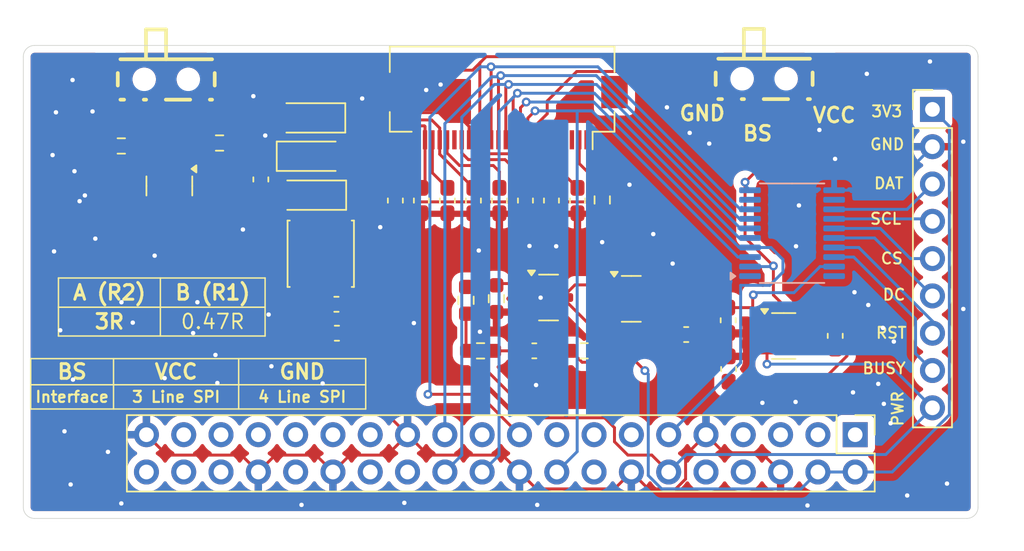
<source format=kicad_pcb>
(kicad_pcb (version 20241229) (generator "pcbnew") (generator_version "9.0")
  (layers (0 "F.Cu" signal) (2 "B.Cu" signal) (13 "F.Paste" user) (15 "B.Paste" user) (5 "F.SilkS" user "F.Silkscreen") (7 "B.SilkS" user "B.Silkscreen") (1 "F.Mask" user) (3 "B.Mask" user) (25 "Edge.Cuts" user))
  (net 0 "")
  (net 1 "GND")
  (net 2 "/RPI 5V")
  (net 3 "Net-(J3-Pin_5)")
  (net 4 "Net-(D4-A)")
  (net 5 "Net-(D1-A)")
  (net 6 "VCC")
  (net 7 "/EPD 3.3V")
  (net 8 "Net-(J3-Pin_18)")
  (net 9 "Net-(J3-Pin_20)")
  (net 10 "/PREVGH")
  (net 11 "Net-(J3-Pin_22)")
  (net 12 "/PREVGL")
  (net 13 "Net-(J3-Pin_24)")
  (net 14 "Net-(U3-BP)")
  (net 15 "/DIN'")
  (net 16 "/RST'")
  (net 17 "/CS'")
  (net 18 "/EPD PWR")
  (net 19 "/SCK'")
  (net 20 "/BUSY'")
  (net 21 "/DC'")
  (net 29 "/BUSY")
  (net 30 "/DIN")
  (net 38 "/CS")
  (net 42 "/DC")
  (net 43 "/SCK")
  (net 45 "/RST")
  (net 52 "/GDR")
  (net 56 "/RESE")
  (net 57 "/BS")
  (net 59 "/RESE'")
  (net 60 "Net-(Q2-G)")
  (net 61 "Net-(Q3-B)")
  (net 62 "Net-(SW1-A)")
  (net 63 "Net-(SW1-C)")
  (footprint "Capacitor_SMD:C_0603_1608Metric" (layer "F.Cu") (at 178.32 87.26)
    (property "Reference" "C1" (hide yes))
    (property "Value" "104")
  )
  (footprint "Capacitor_SMD:C_0603_1608Metric_Pad1.08x0.95mm_HandSolder" (layer "F.Cu") (at 198.81 86.24 -90)
    (property "Reference" "C21" (hide yes))
    (property "Value" "22nF")
  )
  (footprint "Diode_SMD:D_SOD-123" (layer "F.Cu") (at 163.1425 74.01)
    (property "Reference" "D2" (hide yes))
    (property "Value" "MBR0530")
  )
  (footprint "Package_TO_SOT_SMD:SOT-23" (layer "F.Cu") (at 153.47 76.0325 -90)
    (property "Reference" "Q1" (hide yes))
    (property "Value" "BSS138LT1G")
  )
  (footprint "Resistor_SMD:R_0603_1608Metric_Pad0.98x0.95mm_HandSolder" (layer "F.Cu") (at 150.2 73.31 180)
    (property "Reference" "R2" (hide yes))
    (property "Value" "3R")
  )
  (footprint "Capacitor_SMD:C_0603_1608Metric_Pad1.08x0.95mm_HandSolder" (layer "F.Cu") (at 164.88 86.06 180)
    (property "Reference" "C8" (hide yes))
    (property "Value" "1UF")
  )
  (footprint "Capacitor_SMD:C_0603_1608Metric_Pad1.08x0.95mm_HandSolder" (layer "F.Cu") (at 177.717143 77.0275 90)
    (property "Reference" "C7" (hide yes))
    (property "Value" "1UF")
  )
  (footprint "Resistor_SMD:R_0603_1608Metric_Pad0.98x0.95mm_HandSolder" (layer "F.Cu") (at 182.945714 76.9875 -90)
    (property "Reference" "R9" (hide yes))
    (property "Value" "10K")
  )
  (footprint "Capacitor_SMD:C_0603_1608Metric_Pad1.08x0.95mm_HandSolder" (layer "F.Cu") (at 164.8475 84.09)
    (property "Reference" "C6" (hide yes))
    (property "Value" "4.7uF")
  )
  (footprint "Capacitor_SMD:C_0603_1608Metric_Pad1.08x0.95mm_HandSolder" (layer "F.Cu") (at 174.174286 77.0275 90)
    (property "Reference" "C10" (hide yes))
    (property "Value" "1UF")
  )
  (footprint "Resistor_SMD:R_0603_1608Metric_Pad0.98x0.95mm_HandSolder" (layer "F.Cu") (at 174.66 87.26 180)
    (property "Reference" "R3" (hide yes))
    (property "Value" "NC/47K")
  )
  (footprint "Button_Switch_THT:SW-SMD_SK-3296S-01-L2" (layer "F.Cu") (at 193.97 69.22 180)
    (property "Reference" "BS")
    (property "Value" "SW_SPDT")
  )
  (footprint "Connector_FFC-FPC:Hirose_FH12-24S-0.5SH_1x24-1MP_P0.50mm_Horizontal" (layer "F.Cu") (at 176.13 71.04 180)
    (property "Reference" "J3" (hide yes))
    (property "Value" "Conn_01x24")
  )
  (footprint "Capacitor_SMD:C_0603_1608Metric_Pad1.08x0.95mm_HandSolder" (layer "F.Cu") (at 188.6625 86.15)
    (property "Reference" "C4" (hide yes))
    (property "Value" "1UF")
  )
  (footprint "Resistor_SMD:R_0603_1608Metric_Pad0.98x0.95mm_HandSolder" (layer "F.Cu") (at 181.71 87.26)
    (property "Reference" "R6" (hide yes))
    (property "Value" "47k")
  )
  (footprint "Package_TO_SOT_SMD:SOT-23" (layer "F.Cu") (at 184.9225 83.72)
    (property "Reference" "Q2" (hide yes))
    (property "Value" "AO3401A")
  )
  (footprint "Diode_SMD:D_SOD-123" (layer "F.Cu") (at 163.15 76.66 180)
    (property "Reference" "D4" (hide yes))
    (property "Value" "MBR0530")
  )
  (footprint "Diode_SMD:D_SOD-123" (layer "F.Cu") (at 163.09 71.4 180)
    (property "Reference" "D1" (hide yes))
    (property "Value" "MBR0530")
  )
  (footprint "Button_Switch_THT:SW-SMD_SK-3296S-01-L2" (layer "F.Cu") (at 153.26 69.2572 180)
    (property "Reference" "SW1" (hide yes))
    (property "Value" "SW_SPDT")
  )
  (footprint "Capacitor_SMD:C_0603_1608Metric_Pad1.08x0.95mm_HandSolder" (layer "F.Cu") (at 179.488571 77.0275 90)
    (property "Reference" "C5" (hide yes))
    (property "Value" "1UF")
  )
  (footprint "Package_TO_SOT_SMD:SOT-23" (layer "F.Cu") (at 179.29 83.63)
    (property "Reference" "Q3" (hide yes))
    (property "Value" "SS8050")
  )
  (footprint "Resistor_SMD:R_0603_1608Metric_Pad0.98x0.95mm_HandSolder" (layer "F.Cu") (at 156.89 73.11 180)
    (property "Reference" "R1" (hide yes))
    (property "Value" "0.47R")
  )
  (footprint "Resistor_SMD:R_0603_1608Metric_Pad0.98x0.95mm_HandSolder" (layer "F.Cu") (at 175.74 83.71 -90)
    (property "Reference" "R4" (hide yes))
    (property "Value" "100k")
  )
  (footprint "Connector_PinHeader_2.54mm:PinHeader_2x20_P2.54mm_Vertical" (layer "F.Cu") (at 200.17 92.97 -90)
    (property "Reference" "J2" (hide yes))
    (property "Value" "Raspberry_Pi_2_3")
  )
  (footprint "Capacitor_SMD:C_0603_1608Metric_Pad1.08x0.95mm_HandSolder" (layer "F.Cu") (at 170.631429 77.0275 90)
    (property "Reference" "C12" (hide yes))
    (property "Value" "1UF")
  )
  (footprint "Capacitor_SMD:C_0603_1608Metric_Pad1.08x0.95mm_HandSolder" (layer "F.Cu") (at 191.55 88.5 -90)
    (property "Reference" "C20" (hide yes))
    (property "Value" "10uF")
  )
  (footprint "Capacitor_SMD:C_0603_1608Metric_Pad1.08x0.95mm_HandSolder" (layer "F.Cu") (at 159.7 75.59 -90)
    (property "Reference" "C3" (hide yes))
    (property "Value" "4.7uf")
  )
  (footprint "Connector_PinHeader_2.54mm:PinHeader_1x09_P2.54mm_Vertical" (layer "F.Cu") (at 205.43 70.82)
    (property "Reference" "J1" (hide yes))
    (property "Value" "Conn_01x09_Pin")
  )
  (footprint "Capacitor_SMD:C_0603_1608Metric_Pad1.08x0.95mm_HandSolder" (layer "F.Cu") (at 181.26 77.0275 90)
    (property "Reference" "C2" (hide yes))
    (property "Value" "1UF")
  )
  (footprint "Package_TO_SOT_SMD:SOT-23-5" (layer "F.Cu") (at 195.3025 86.25)
    (property "Reference" "U3" (hide yes))
    (property "Value" "RT9193-33")
  )
  (footprint "Capacitor_SMD:C_0603_1608Metric_Pad1.08x0.95mm_HandSolder" (layer "F.Cu") (at 191.52 85.18 90)
    (property "Reference" "C16" (hide yes))
    (property "Value" "1UF")
  )
  (footprint "Inductor_SMD:L_Changjiang_FNR4020S" (layer "F.Cu") (at 163.78 80.65 90)
    (property "Reference" "L1" (hide yes))
    (property "Value" "10uH")
  )
  (footprint "Capacitor_SMD:C_0603_1608Metric_Pad1.08x0.95mm_HandSolder" (layer "F.Cu") (at 168.86 77.0275 90)
    (property "Reference" "C13" (hide yes))
    (property "Value" "1UF")
  )
  (footprint "Capacitor_SMD:C_0603_1608Metric_Pad1.08x0.95mm_HandSolder" (layer "F.Cu") (at 172.402857 77.0275 90)
    (property "Reference" "C11" (hide yes))
    (property "Value" "1UF")
  )
  (footprint "Resistor_SMD:R_0603_1608Metric_Pad0.98x0.95mm_HandSolder" (layer "F.Cu") (at 173.67 83.82 90)
    (property "Reference" "R5" (hide yes))
    (property "Value" "10k")
  )
  (footprint "Capacitor_SMD:C_0603_1608Metric_Pad1.08x0.95mm_HandSolder" (layer "F.Cu") (at 175.945714 77.0275 90)
    (property "Reference" "C9" (hide yes))
    (property "Value" "1UF")
  )
  (footprint "Package_SO:TSSOP-20_4.4x6.5mm_P0.65mm" (layer "B.Cu") (at 195.87 79.25)
    (property "Reference" "U1" (hide yes))
    (property "Value" "TXB0108PW")
  )
  (gr_arc (start 208.534068 97.905) (mid 208.31 98.445948) (end 207.769052 98.670016) (stroke (width 0.05)) (layer "Edge.Cuts"))
  (gr_line (start 207.769052 98.670016) (end 144.287128 98.670016) (stroke (width 0.05)) (layer "Edge.Cuts"))
  (gr_arc (start 144.287128 98.67) (mid 143.75 98.44712) (end 143.527128 97.909988) (stroke (width 0.05)) (layer "Edge.Cuts"))
  (gr_line (start 144.290948 66.465932) (end 207.769052 66.465932) (stroke (width 0.05)) (layer "Edge.Cuts"))
  (gr_arc (start 207.769052 66.465932) (mid 208.31 66.69) (end 208.534068 67.230948) (stroke (width 0.05)) (layer "Edge.Cuts"))
  (gr_arc (start 143.525932 67.230948) (mid 143.75 66.69) (end 144.290948 66.465932) (stroke (width 0.05)) (layer "Edge.Cuts"))
  (gr_line (start 143.527201 97.909988) (end 143.527201 67.230948) (stroke (width 0.05)) (layer "Edge.Cuts"))
  (gr_line (start 208.534068 67.2309) (end 208.534068 97.905) (stroke (width 0.05)) (layer "Edge.Cuts"))
  (gr_text "BUSY" (at 200.59 88.89 0) (layer "F.SilkS") (effects (font (size 0.75565 0.75565) (thickness 0.13335)) (justify left bottom)))
  (gr_text "CS" (at 201.84 81.41 0) (layer "F.SilkS") (effects (font (size 0.75565 0.75565) (thickness 0.13335)) (justify left bottom)))
  (gr_text "RST\n" (at 201.51 86.48 0) (layer "F.SilkS") (effects (font (size 0.75565 0.75565) (thickness 0.13335)) (justify left bottom)))
  (gr_text "GND" (at 188.1 71.67 0) (layer "F.SilkS") (effects (font (size 1 1) (thickness 0.2) (bold yes)) (justify left bottom)))
  (gr_text "GND" (at 201.11 73.64 0) (layer "F.SilkS") (effects (font (size 0.75565 0.75565) (thickness 0.13335)) (justify left bottom)))
  (gr_text "PWR\n\n" (at 204.72 92.47 90) (layer "F.SilkS") (effects (font (size 0.75565 0.75565) (thickness 0.13335)) (justify left bottom)))
  (gr_text "SCL" (at 201.11 78.71 0) (layer "F.SilkS") (effects (font (size 0.75565 0.75565) (thickness 0.13335)) (justify left bottom)))
  (gr_text "DC" (at 201.97 83.88 0) (layer "F.SilkS") (effects (font (size 0.75565 0.75565) (thickness 0.13335)) (justify left bottom)))
  (gr_text "3V3" (at 201.19 71.4 0) (layer "F.SilkS") (effects (font (size 0.75565 0.75565) (thickness 0.13335)) (justify left bottom)))
  (gr_text "DAT" (at 201.38 76.3 0) (layer "F.SilkS") (effects (font (size 0.75565 0.75565) (thickness 0.13335)) (justify left bottom)))
  (gr_text "VCC" (at 197.18 71.8 0) (layer "F.SilkS") (effects (font (size 1 1) (thickness 0.2) (bold yes)) (justify left bottom)))
  (table (column_count 2) (layer "F.SilkS") (border (external yes) (header yes) (stroke (width 0.1))) (separators (rows yes) (cols yes) (stroke (width 0.1))) (column_widths 6.94 7.13) (row_heights 1.99 1.96) (cells (table_cell "A (R2)" (start 145.92 82.3) (end 152.86 84.29) (margins 1.0025 1.0025 1.0025 1.0025) (span 1 1) (layer "F.SilkS") (effects (font (size 1 1) (bold yes)))) (table_cell "B (R1)" (start 152.86 82.3) (end 159.99 84.29) (margins 1.0025 1.0025 1.0025 1.0025) (span 1 1) (layer "F.SilkS") (effects (font (size 1 1) (bold yes)))) (table_cell "3R" (start 145.92 84.29) (end 152.86 86.25) (margins 1.0025 1.0025 1.0025 1.0025) (span 1 1) (layer "F.SilkS") (effects (font (size 1 1) (bold yes)))) (table_cell "0.47R" (start 152.86 84.29) (end 159.99 86.25) (margins 1.0025 1.0025 1.0025 1.0025) (span 1 1) (layer "F.SilkS") (effects (font (size 1 1))))))
  (table (column_count 3) (layer "F.SilkS") (border (external yes) (header yes) (stroke (width 0.1))) (separators (rows yes) (cols yes) (stroke (width 0.1))) (column_widths 5.64 8.52 8.65) (row_heights 1.78 1.65) (cells (table_cell "BS" (start 144.03 87.79) (end 149.67 89.57) (margins 1.0025 1.0025 1.0025 1.0025) (span 1 1) (layer "F.SilkS") (effects (font (size 1 1) (bold yes)))) (table_cell "VCC " (start 149.67 87.79) (end 158.19 89.57) (margins 1.0025 1.0025 1.0025 1.0025) (span 1 1) (layer "F.SilkS") (effects (font (size 1 1) (bold yes)))) (table_cell "GND" (start 158.19 87.79) (end 166.84 89.57) (margins 1.0025 1.0025 1.0025 1.0025) (span 1 1) (layer "F.SilkS") (effects (font (size 1 1) (bold yes)))) (table_cell "Interface" (start 144.03 89.57) (end 149.67 91.22) (margins 1.0025 1.0025 1.0025 1.0025) (span 1 1) (layer "F.SilkS") (effects (font (size 0.75 0.75) (bold yes)))) (table_cell "3 Line SPI" (start 149.67 89.57) (end 158.19 91.22) (margins 1.0025 1.0025 1.0025 1.0025) (span 1 1) (layer "F.SilkS") (effects (font (size 0.75 0.75) (bold yes)))) (table_cell "4 Line SPI" (start 158.19 89.57) (end 166.84 91.22) (margins 1.0025 1.0025 1.0025 1.0025) (span 1 1) (layer "F.SilkS") (effects (font (size 0.75 0.75) (bold yes))))))
  (segment (start 173.88 72.89) (end 173.88 71.988) (width 0.2) (layer "F.Cu") (net 1))
  (segment (start 160.681 94.359) (end 163.459 94.359) (width 0.2) (layer "F.Cu") (net 1))
  (segment (start 165.71 84.09) (end 165.71 86.0275) (width 0.2) (layer "F.Cu") (net 1))
  (segment (start 177.31 95.51) (end 178.461 96.661) (width 0.2) (layer "F.Cu") (net 1))
  (segment (start 168.86 77.89) (end 181.26 77.89) (width 0.2) (layer "F.Cu") (net 1))
  (segment (start 186.081 96.661) (end 187.94676 96.661) (width 0.2) (layer "F.Cu") (net 1))
  (segment (start 191.24 94.2) (end 193.78 94.2) (width 0.2) (layer "F.Cu") (net 1))
  (segment (start 178.3525 84.58) (end 178.3525 84.125532) (width 0.2) (layer "F.Cu") (net 1))
  (segment (start 168.301 94.359) (end 169.69 92.97) (width 0.2) (layer "F.Cu") (net 1))
  (segment (start 169.69 92.97) (end 171.079 94.359) (width 0.2) (layer "F.Cu") (net 1))
  (segment (start 194.165 86.25) (end 197.9375 86.25) (width 0.2) (layer "F.Cu") (net 1))
  (segment (start 165.7425 86.06) (end 165.7425 89.0225) (width 0.2) (layer "F.Cu") (net 1))
  (segment (start 172.933 71.041) (end 165.099 71.041) (width 0.2) (layer "F.Cu") (net 1))
  (segment (start 183.779 96.661) (end 184.93 95.51) (width 0.2) (layer "F.Cu") (net 1))
  (segment (start 176.159 94.359) (end 177.31 95.51) (width 0.2) (layer "F.Cu") (net 1))
  (segment (start 175.74 84.6225) (end 178.31 84.6225) (width 0.2) (layer "F.Cu") (net 1))
  (segment (start 158.379 94.359) (end 159.53 95.51) (width 0.2) (layer "F.Cu") (net 1))
  (segment (start 178.461 96.661) (end 183.779 96.661) (width 0.2) (layer "F.Cu") (net 1))
  (segment (start 193.78 94.2) (end 195.09 95.51) (width 0.2) (layer "F.Cu") (net 1))
  (segment (start 164.61 95.51) (end 165.761 94.359) (width 0.2) (layer "F.Cu") (net 1))
  (segment (start 190.01 92.97) (end 190.01 89.1775) (width 0.2) (layer "F.Cu") (net 1))
  (segment (start 190.01 92.97) (end 191.24 94.2) (width 0.2) (layer "F.Cu") (net 1))
  (segment (start 151.91 92.97) (end 153.299 94.359) (width 0.2) (layer "F.Cu") (net 1))
  (segment (start 157.8025 73.11) (end 160.6625 70.25) (width 0.2) (layer "F.Cu") (net 1))
  (segment (start 182.945714 77.9) (end 181.27 77.9) (width 0.2) (layer "F.Cu") (net 1))
  (segment (start 165.099 71.041) (end 164.74 71.4) (width 0.2) (layer "F.Cu") (net 1))
  (segment (start 160.6625 70.25) (end 163.59 70.25) (width 0.2) (layer "F.Cu") (net 1))
  (segment (start 190.01 89.1775) (end 191.55 87.6375) (width 0.2) (layer "F.Cu") (net 1))
  (segment (start 184.93 95.51) (end 186.081 96.661) (width 0.2) (layer "F.Cu") (net 1))
  (segment (start 179.095 85.3225) (end 178.3525 84.58) (width 0.2) (layer "F.Cu") (net 1))
  (segment (start 163.459 94.359) (end 164.61 95.51) (width 0.2) (layer "F.Cu") (net 1))
  (segment (start 192.03 86.25) (end 194.165 86.25) (width 0.2) (layer "F.Cu") (net 1))
  (segment (start 188.621 94.359) (end 190.01 92.97) (width 0.2) (layer "F.Cu") (net 1))
  (segment (start 191.8225 86.0425) (end 192.03 86.25) (width 0.2) (layer "F.Cu") (net 1))
  (segment (start 165.761 94.359) (end 168.301 94.359) (width 0.2) (layer "F.Cu") (net 1))
  (segment (start 179.095 87.26) (end 179.095 85.3225) (width 0.2) (layer "F.Cu") (net 1))
  (segment (start 173.88 71.988) (end 172.933 71.041) (width 0.2) (layer "F.Cu") (net 1))
  (segment (start 171.079 94.359) (end 176.159 94.359) (width 0.2) (layer "F.Cu") (net 1))
  (segment (start 197.9375 86.25) (end 198.81 85.3775) (width 0.2) (layer "F.Cu") (net 1))
  (segment (start 159.53 95.51) (end 160.681 94.359) (width 0.2) (layer "F.Cu") (net 1))
  (segment (start 163.59 70.25) (end 164.74 71.4) (width 0.2) (layer "F.Cu") (net 1))
  (segment (start 187.94676 96.661) (end 188.621 95.98676) (width 0.2) (layer "F.Cu") (net 1))
  (segment (start 165.7425 89.0225) (end 169.69 92.97) (width 0.2) (layer "F.Cu") (net 1))
  (segment (start 153.299 94.359) (end 158.379 94.359) (width 0.2) (layer "F.Cu") (net 1))
  (segment (start 191.52 86.0425) (end 191.52 87.6075) (width 0.2) (layer "F.Cu") (net 1))
  (segment (start 189.525 86.15) (end 191.4125 86.15) (width 0.2) (layer "F.Cu") (net 1))
  (segment (start 188.621 95.98676) (end 188.621 94.359) (width 0.2) (layer "F.Cu") (net 1))
  (via (at 202.06 85.7) (size 0.6) (drill 0.3) (layers "F.Cu" "B.Cu") (net 1))
  (via (at 202.8 86.63) (size 0.6) (drill 0.3) (layers "F.Cu" "B.Cu") (net 1))
  (via (at 152.47 80.78) (size 0.6) (drill 0.3) (layers "F.Cu" "B.Cu") (net 1))
  (via (at 187.74 81.32) (size 0.6) (drill 0.3) (layers "F.Cu" "B.Cu") (net 1))
  (via (at 200.12 83.27) (size 0.6) (drill 0.3) (layers "F.Cu" "B.Cu") (net 1))
  (via (at 170.96 69.5) (size 0.6) (drill 0.3) (layers "F.Cu" "B.Cu") (net 1))
  (via (at 149.29 94.14) (size 0.6) (drill 0.3) (layers "F.Cu" "B.Cu") (net 1))
  (via (at 158.48 79) (size 0.6) (drill 0.3) (layers "F.Cu" "B.Cu") (net 1))
  (via (at 177.99 80.12) (size 0.6) (drill 0.3) (layers "F.Cu" "B.Cu") (net 1))
  (via (at 203.71 97.11) (size 0.6) (drill 0.3) (layers "F.Cu" "B.Cu") (net 1))
  (via (at 200.96 68.4) (size 0.6) (drill 0.3) (layers "F.Cu" "B.Cu") (net 1))
  (via (at 146.91 89.22) (size 0.6) (drill 0.3) (layers "F.Cu" "B.Cu") (net 1))
  (via (at 196.14 80.14) (size 0.6) (drill 0.3) (layers "F.Cu" "B.Cu") (net 1))
  (via (at 160.23 84.79) (size 0.6) (drill 0.3) (layers "F.Cu" "B.Cu") (net 1))
  (via (at 190.23 73.15) (size 0.6) (drill 0.3) (layers "F.Cu" "B.Cu") (net 1))
  (via (at 147.36 77.07) (size 0.6) (drill 0.3) (layers "F.Cu" "B.Cu") (net 1))
  (via (at 146.04 85.86) (size 0.6) (drill 0.3) (layers "F.Cu" "B.Cu") (net 1))
  (via (at 150.21 83.95) (size 0.6) (drill 0.3) (layers "F.Cu" "B.Cu") (net 1))
  (via (at 150.98 85.34) (size 0.6) (drill 0.3) (layers "F.Cu" "B.Cu") (net 1))
  (via (at 153.15 89.12) (size 0.6) (drill 0.3) (layers "F.Cu" "B.Cu") (net 1))
  (via (at 166.6 70.08) (size 0.6) (drill 0.3) (layers "F.Cu" "B.Cu") (net 1))
  (via (at 147.01 75.03) (size 0.6) (drill 0.3) (layers "F.Cu" "B.Cu") (net 1))
  (via (at 162.47 97.75) (size 0.6) (drill 0.3) (layers "F.Cu" "B.Cu") (net 1))
  (via (at 207.53 73.02) (size 0.6) (drill 0.3) (layers "F.Cu" "B.Cu") (net 1))
  (via (at 160.42 88.31) (size 0.6) (drill 0.3) (layers "F.Cu" "B.Cu") (net 1))
  (via (at 196.11 90.74) (size 0.6) (drill 0.3) (layers "F.Cu" "B.Cu") (net 1))
  (via (at 160 72.6) (size 0.6) (drill 0.3) (layers "F.Cu" "B.Cu") (net 1))
  (via (at 169.47 97.61) (size 0.6) (drill 0.3) (layers "F.Cu" "B.Cu") (net 1))
  (via (at 145.75 71.02) (size 0.6) (drill 0.3) (layers "F.Cu" "B.Cu") (net 1))
  (via (at 145.62 80.49) (size 0.6) (drill 0.3) (layers "F.Cu" "B.Cu") (net 1))
  (via (at 174.62 85.96) (size 0.6) (drill 0.3) (layers "F.Cu" "B.Cu") (net 1))
  (via (at 202.12 90.87) (size 0.6) (drill 0.3) (layers "F.Cu" "B.Cu") (net 1))
  (via (at 196.34 77.36) (size 0.6) (drill 0.3) (layers "F.Cu" "B.Cu") (net 1))
  (via (at 178.52 97.75) (size 0.6) (drill 0.3) (layers "F.Cu" "B.Cu") (net 1))
  (via (at 163.91 89.48) (size 0.6) (drill 0.3) (layers "F.Cu" "B.Cu") (net 1))
  (via (at 155.38 83.95) (size 0.6) (drill 0.3) (layers "F.Cu" "B.Cu") (net 1))
  (via (at 146.88 68.82) (size 0.6) (drill 0.3) (layers "F.Cu" "B.Cu") (net 1))
  (via (at 145.52 73.93) (size 0.6) (drill 0.3) (layers "F.Cu" "B.Cu") (net 1))
  (via (at 147.72 76.68) (size 0.6) (drill 0.3) (layers "F.Cu" "B.Cu") (net 1))
  (via (at 205.26 67.56) (size 0.6) (drill 0.3) (layers "F.Cu" "B.Cu") (net 1))
  (via (at 193.85 90.8) (size 0.6) (drill 0.3) (layers "F.Cu" "B.Cu") (net 1))
  (via (at 197.73 72.22) (size 0.6) (drill 0.3) (layers "F.Cu" "B.Cu") (net 1))
  (via (at 148.43 79.62) (size 0.6) (drill 0.3) (layers "F.Cu" "B.Cu") (net 1))
  (via (at 156.61 87.54) (size 0.6) (drill 0.3) (layers "F.Cu" "B.Cu") (net 1))
  (via (at 174.54 80.43) (size 0.6) (drill 0.3) (layers "F.Cu" "B.Cu") (net 1))
  (via (at 188.9 72.42) (size 0.6) (drill 0.3) (layers "F.Cu" "B.Cu") (net 1))
  (via (at 202.58 92.19) (size 0.6) (drill 0.3) (layers "F.Cu" "B.Cu") (net 1))
  (via (at 207.53 84.41) (size 0.6) (drill 0.3) (layers "F.Cu" "B.Cu") (net 1))
  (via (at 150.2 97.65) (size 0.6) (drill 0.3) (layers "F.Cu" "B.Cu") (net 1))
  (via (at 170.12 85.37) (size 0.6) (drill 0.3) (layers "F.Cu" "B.Cu") (net 1))
  (via (at 167.83 78.84) (size 0.6) (drill 0.3) (layers "F.Cu" "B.Cu") (net 1))
  (via (at 178.44 89.59) (size 0.6) (drill 0.3) (layers "F.Cu" "B.Cu") (net 1))
  (via (at 187.35 70.68) (size 0.6) (drill 0.3) (layers "F.Cu" "B.Cu") (net 1))
  (via (at 156.74 89.45) (size 0.6) (drill 0.3) (layers "F.Cu" "B.Cu") (net 1))
  (via (at 148.24 70.96) (size 0.6) (drill 0.3) (layers "F.Cu" "B.Cu") (net 1))
  (via (at 182.94 79.86) (size 0.6) (drill 0.3) (layers "F.Cu" "B.Cu") (net 1))
  (via (at 201.74 89.51) (size 0.6) (drill 0.3) (layers "F.Cu" "B.Cu") (net 1))
  (via (at 146.75 96.36) (size 0.6) (drill 0.3) (layers "F.Cu" "B.Cu") (net 1))
  (via (at 186.42 79.31) (size 0.6) (drill 0.3) (layers "F.Cu" "B.Cu") (net 1))
  (via (at 184.8 75.95) (size 0.6) (drill 0.3) (layers "F.Cu" "B.Cu") (net 1))
  (via (at 200.02 90.09) (size 0.6) (drill 0.3) (layers "F.Cu" "B.Cu") (net 1))
  (via (at 201.06 84.14) (size 0.6) (drill 0.3) (layers "F.Cu" "B.Cu") (net 1))
  (via (at 146.33 92.74) (size 0.6) (drill 0.3) (layers "F.Cu" "B.Cu") (net 1))
  (via (at 196.92 97.79) (size 0.6) (drill 0.3) (layers "F.Cu" "B.Cu") (net 1))
  (via (at 171.94 69.13) (size 0.6) (drill 0.3) (layers "F.Cu" "B.Cu") (net 1))
  (via (at 155.09 86.05) (size 0.6) (drill 0.3) (layers "F.Cu" "B.Cu") (net 1))
  (via (at 206.42 96.3) (size 0.6) (drill 0.3) (layers "F.Cu" "B.Cu") (net 1))
  (via (at 179.81 80.14) (size 0.6) (drill 0.3) (layers "F.Cu" "B.Cu") (net 1))
  (via (at 178.75 83.64) (size 0.6) (drill 0.3) (layers "F.Cu" "B.Cu") (net 1))
  (via (at 198.8 74.19) (size 0.6) (drill 0.3) (layers "F.Cu" "B.Cu") (net 1))
  (via (at 159.19 69.92) (size 0.6) (drill 0.3) (layers "F.Cu" "B.Cu") (net 1))
  (segment (start 202.465 76.325) (end 205.43 73.36) (width 0.2) (layer "B.Cu") (net 1))
  (segment (start 198.7325 76.325) (end 202.465 76.325) (width 0.2) (layer "B.Cu") (net 1))
  (segment (start 177.545 87.26) (end 178.321 88.036) (width 0.2) (layer "F.Cu") (net 2))
  (segment (start 183.985 87.475) (end 183.985 84.67) (width 0.2) (layer "F.Cu") (net 2))
  (segment (start 177.545 87.26) (end 175.5725 87.26) (width 0.2) (layer "F.Cu") (net 2))
  (segment (start 180.0215 88.036) (end 180.7975 87.26) (width 0.2) (layer "F.Cu") (net 2))
  (segment (start 180.7975 87.26) (end 181.5735 88.036) (width 0.2) (layer "F.Cu") (net 2))
  (segment (start 184.715 87.475) (end 185.85 88.61) (width 0.2) (layer "F.Cu") (net 2))
  (segment (start 178.321 88.036) (end 180.0215 88.036) (width 0.2) (layer "F.Cu") (net 2))
  (segment (start 183.424 88.036) (end 183.985 87.475) (width 0.2) (layer "F.Cu") (net 2))
  (segment (start 181.5735 88.036) (end 183.424 88.036) (width 0.2) (layer "F.Cu") (net 2))
  (segment (start 183.985 87.475) (end 184.715 87.475) (width 0.2) (layer "F.Cu") (net 2))
  (via (at 185.85 88.61) (size 0.6) (drill 0.3) (layers "F.Cu" "B.Cu") (net 2))
  (segment (start 197.63 95.51) (end 196.479 96.661) (width 0.2) (layer "B.Cu") (net 2))
  (segment (start 186.081 88.841) (end 185.85 88.61) (width 0.2) (layer "B.Cu") (net 2))
  (segment (start 186.99324 96.661) (end 186.081 95.74876) (width 0.2) (layer "B.Cu") (net 2))
  (segment (start 206.581 91.61676) (end 206.581 71.971) (width 0.2) (layer "B.Cu") (net 2))
  (segment (start 196.479 96.661) (end 186.99324 96.661) (width 0.2) (layer "B.Cu") (net 2))
  (segment (start 202.68776 95.51) (end 206.581 91.61676) (width 0.2) (layer "B.Cu") (net 2))
  (segment (start 197.63 95.51) (end 200.17 95.51) (width 0.2) (layer "B.Cu") (net 2))
  (segment (start 200.17 95.51) (end 202.68776 95.51) (width 0.2) (layer "B.Cu") (net 2))
  (segment (start 206.581 71.971) (end 205.43 70.82) (width 0.2) (layer "B.Cu") (net 2))
  (segment (start 186.081 95.74876) (end 186.081 88.841) (width 0.2) (layer "B.Cu") (net 2))
  (segment (start 181.26 76.165) (end 179.88 74.785) (width 0.2) (layer "F.Cu") (net 3))
  (segment (start 179.88 74.785) (end 179.88 72.89) (width 0.2) (layer "F.Cu") (net 3))
  (segment (start 163.78 79.15) (end 161.5 76.87) (width 0.2) (layer "F.Cu") (net 4))
  (segment (start 153.9875 76.4525) (end 159.7 76.4525) (width 0.2) (layer "F.Cu") (net 4))
  (segment (start 153.47 76.97) (end 153.9875 76.4525) (width 0.2) (layer "F.Cu") (net 4))
  (segment (start 161.5 76.66) (end 159.9075 76.66) (width 0.2) (layer "F.Cu") (net 4))
  (segment (start 160.4175 74.01) (end 159.7 74.7275) (width 0.2) (layer "F.Cu") (net 5))
  (segment (start 161.44 71.4) (end 161.44 73.9575) (width 0.2) (layer "F.Cu") (net 5))
  (segment (start 161.4925 74.01) (end 160.4175 74.01) (width 0.2) (layer "F.Cu") (net 5))
  (segment (start 191.52 84.3175) (end 189.6325 84.3175) (width 0.2) (layer "F.Cu") (net 6))
  (segment (start 193.1825 84.3175) (end 194.165 85.3) (width 0.2) (layer "F.Cu") (net 6))
  (segment (start 187.8 85.66) (end 187.8 86.15) (width 0.2) (layer "F.Cu") (net 6))
  (segment (start 194.165 85.3) (end 193.19 84.325) (width 0.2) (layer "F.Cu") (net 6))
  (segment (start 193.19 84.325) (end 193.19 83.491639) (width 0.2) (layer "F.Cu") (net 6))
  (segment (start 193.19 83.491639) (end 193.231639 83.45) (width 0.2) (layer "F.Cu") (net 6))
  (segment (start 185.86 83.72) (end 187.8 85.66) (width 0.2) (layer "F.Cu") (net 6))
  (segment (start 191.52 84.3175) (end 193.1825 84.3175) (width 0.2) (layer "F.Cu") (net 6))
  (segment (start 189.6325 84.3175) (end 187.8 86.15) (width 0.2) (layer "F.Cu") (net 6))
  (via (at 193.231639 83.45) (size 0.6) (drill 0.3) (layers "F.Cu" "B.Cu") (net 6))
  (segment (start 197.77713 81.525) (end 196.00213 83.3) (width 0.2) (layer "B.Cu") (net 6))
  (segment (start 196.00213 83.3) (end 193.381639 83.3) (width 0.2) (layer "B.Cu") (net 6))
  (segment (start 198.7325 81.525) (end 197.77713 81.525) (width 0.2) (layer "B.Cu") (net 6))
  (segment (start 193.381639 83.3) (end 193.231639 83.45) (width 0.2) (layer "B.Cu") (net 6))
  (segment (start 194.599412 81.600588) (end 194.599412 81.605211) (width 0.2) (layer "F.Cu") (net 7))
  (segment (start 174.88 72.89) (end 174.61 72.89) (width 0.2) (layer "F.Cu") (net 7))
  (segment (start 150.299 69.781) (end 150.328 69.81) (width 0.2) (layer "F.Cu") (net 7))
  (segment (start 174.929 73.841) (end 174.88 73.792) (width 0.2) (layer "F.Cu") (net 7))
  (segment (start 196.2698 70.8075) (end 196.2698 72.1802) (width 0.2) (layer "F.Cu") (net 7))
  (segment (start 194.66 81.53) (end 194.650002 81.53) (width 0.2) (layer "F.Cu") (net 7))
  (segment (start 194.650002 81.53) (end 194.599413 81.479411) (width 0.2) (layer "F.Cu") (net 7))
  (segment (start 174.61 72.89) (end 174.61 67.66) (width 0.2) (layer "F.Cu") (net 7))
  (segment (start 150.324 72.594866) (end 150.299 72.569866) (width 0.2) (layer "F.Cu") (net 7))
  (segment (start 196.2698 72.1802) (end 192.67 75.78) (width 0.2) (layer "F.Cu") (net 7))
  (segment (start 191.378894 68.55) (end 192.096794 67.8321) (width 0.2) (layer "F.Cu") (net 7))
  (segment (start 156.561594 68.706206) (end 166.843494 68.706206) (width 0.2) (layer "F.Cu") (net 7))
  (segment (start 196.44 85.3) (end 194.599413 83.459413) (width 0.2) (layer "F.Cu") (net 7))
  (segment (start 194.553032 81.525792) (end 194.599413 81.479411) (width 0.2) (layer "F.Cu") (net 7))
  (segment (start 175.04 67.23) (end 186.99 67.23) (width 0.2) (layer "F.Cu") (net 7))
  (segment (start 199.61 87.608134) (end 199.61 84.59) (width 0.2) (layer "F.Cu") (net 7))
  (segment (start 192.67 79.55) (end 194.599412 81.479412) (width 0.2) (layer "F.Cu") (net 7))
  (segment (start 166.843494 68.706206) (end 167.399 68.1507) (width 0.2) (layer "F.Cu") (net 7))
  (segment (start 150.361 72.557866) (end 150.324 72.594866) (width 0.2) (layer "F.Cu") (net 7))
  (segment (start 192.096794 67.8321) (end 193.2944 67.8321) (width 0.2) (layer "F.Cu") (net 7))
  (segment (start 197.201 84.539) (end 196.44 85.3) (width 0.2) (layer "F.Cu") (net 7))
  (segment (start 155.4578 69.81) (end 156.561594 68.706206) (width 0.2) (layer "F.Cu") (net 7))
  (segment (start 164.0175 86.06) (end 164.0175 84.1225) (width 0.2) (layer "F.Cu") (net 7))
  (segment (start 174.61 72.89) (end 174.38 72.89) (width 0.2) (layer "F.Cu") (net 7))
  (segment (start 197.855634 89.3625) (end 199.61 87.608134) (width 0.2) (layer "F.Cu") (net 7))
  (segment (start 150.324 75.203468) (end 157.270532 82.15) (width 0.2) (layer "F.Cu") (net 7))
  (segment (start 193.2944 67.8321) (end 196.2698 70.8075) (width 0.2) (layer "F.Cu") (net 7))
  (segment (start 186.99 67.23) (end 188.31 68.55) (width 0.2) (layer "F.Cu") (net 7))
  (segment (start 199.61 84.59) (end 199.559 84.539) (width 0.2) (layer "F.Cu") (net 7))
  (segment (start 157.270532 82.15) (end 163.78 82.15) (width 0.2) (layer "F.Cu") (net 7))
  (segment (start 174.1193 68.1507) (end 174.695 67.575) (width 0.2) (layer "F.Cu") (net 7))
  (segment (start 150.328 69.81) (end 155.4578 69.81) (width 0.2) (layer "F.Cu") (net 7))
  (segment (start 199.559 84.539) (end 197.201 84.539) (width 0.2) (layer "F.Cu") (net 7))
  (segment (start 150.324 72.594866) (end 150.324 75.203468) (width 0.2) (layer "F.Cu") (net 7))
  (segment (start 194.69 81.51) (end 194.599412 81.600588) (width 0.2) (layer "F.Cu") (net 7))
  (segment (start 192.67 75.78) (end 192.67 79.55) (width 0.2) (layer "F.Cu") (net 7))
  (segment (start 194.599412 81.479412) (end 194.599412 81.605211) (width 0.2) (layer "F.Cu") (net 7))
  (segment (start 174.695 67.575) (end 175.04 67.23) (width 0.2) (layer "F.Cu") (net 7))
  (segment (start 177.164571 73.841) (end 174.929 73.841) (width 0.2) (layer "F.Cu") (net 7))
  (segment (start 174.61 67.66) (end 174.695 67.575) (width 0.2) (layer "F.Cu") (net 7))
  (segment (start 179.488571 76.165) (end 177.164571 73.841) (width 0.2) (layer "F.Cu") (net 7))
  (segment (start 194.553032 81.651591) (end 194.599412 81.605211) (width 0.2) (layer "F.Cu") (net 7))
  (segment (start 191.55 89.3625) (end 197.855634 89.3625) (width 0.2) (layer "F.Cu") (net 7))
  (segment (start 194.599413 83.459413) (end 194.599413 81.479411) (width 0.2) (layer "F.Cu") (net 7))
  (segment (start 188.31 68.55) (end 191.378894 68.55) (width 0.2) (layer "F.Cu") (net 7))
  (segment (start 194.553032 81.651591) (end 194.553032 81.525792) (width 0.2) (layer "F.Cu") (net 7))
  (segment (start 167.399 68.1507) (end 174.1193 68.1507) (width 0.2) (layer "F.Cu") (net 7))
  (segment (start 163.78 82.15) (end 163.78 83.885) (width 0.2) (layer "F.Cu") (net 7))
  (segment (start 150.299 72.569866) (end 150.299 69.781) (width 0.2) (layer "F.Cu") (net 7))
  (segment (start 174.88 73.792) (end 174.88 72.89) (width 0.2) (layer "F.Cu") (net 7))
  (via (at 194.599413 81.479411) (size 0.6) (drill 0.3) (layers "F.Cu" "B.Cu") (net 7))
  (via (at 192.67 75.78) (size 0.6) (drill 0.3) (layers "F.Cu" "B.Cu") (net 7))
  (segment (start 192.67 75.9875) (end 193.0075 76.325) (width 0.2) (layer "B.Cu") (net 7))
  (segment (start 193.0075 81.525) (end 194.553824 81.525) (width 0.2) (layer "B.Cu") (net 7))
  (segment (start 194.553824 81.525) (end 194.599413 81.479411) (width 0.2) (layer "B.Cu") (net 7))
  (segment (start 192.67 75.78) (end 192.67 75.9875) (width 0.2) (layer "B.Cu") (net 7))
  (segment (start 177.717143 75.6275) (end 176.330643 74.241) (width 0.2) (layer "F.Cu") (net 8))
  (segment (start 173.829 74.241) (end 173.38 73.792) (width 0.2) (layer "F.Cu") (net 8))
  (segment (start 177.717143 76.165) (end 177.717143 75.6275) (width 0.2) (layer "F.Cu") (net 8))
  (segment (start 176.330643 74.241) (end 173.829 74.241) (width 0.2) (layer "F.Cu") (net 8))
  (segment (start 173.38 73.792) (end 173.38 72.89) (width 0.2) (layer "F.Cu") (net 8))
  (segment (start 175.53 74.643) (end 173.231 74.643) (width 0.2) (layer "F.Cu") (net 9))
  (segment (start 173.231 74.643) (end 172.38 73.792) (width 0.2) (layer "F.Cu") (net 9))
  (segment (start 172.38 73.792) (end 172.38 72.89) (width 0.2) (layer "F.Cu") (net 9))
  (segment (start 175.945714 75.058714) (end 175.53 74.643) (width 0.2) (layer "F.Cu") (net 9))
  (segment (start 175.945714 76.165) (end 175.945714 75.058714) (width 0.2) (layer "F.Cu") (net 9))
  (segment (start 165.15139 72.301) (end 169.001315 72.301) (width 0.2) (layer "F.Cu") (net 10))
  (segment (start 174.174286 76.165) (end 171.88 73.870714) (width 0.2) (layer "F.Cu") (net 10))
  (segment (start 171.88 73.870714) (end 171.88 72.89) (width 0.2) (layer "F.Cu") (net 10))
  (segment (start 171.329 71.539) (end 171.88 72.09) (width 0.2) (layer "F.Cu") (net 10))
  (segment (start 171.88 72.09) (end 171.88 72.89) (width 0.2) (layer "F.Cu") (net 10))
  (segment (start 164.8 76.66) (end 164.0415 75.9015) (width 0.2) (layer "F.Cu") (net 10))
  (segment (start 169.763315 71.539) (end 171.329 71.539) (width 0.2) (layer "F.Cu") (net 10))
  (segment (start 169.001315 72.301) (end 169.763315 71.539) (width 0.2) (layer "F.Cu") (net 10))
  (segment (start 164.0415 75.9015) (end 164.0415 73.41089) (width 0.2) (layer "F.Cu") (net 10))
  (segment (start 164.0415 73.41089) (end 165.15139 72.301) (width 0.2) (layer "F.Cu") (net 10))
  (segment (start 172.402857 76.165) (end 171.38 75.142143) (width 0.2) (layer "F.Cu") (net 11))
  (segment (start 171.38 75.142143) (end 171.38 72.89) (width 0.2) (layer "F.Cu") (net 11))
  (segment (start 170.88 71.988) (end 170.88 72.89) (width 0.2) (layer "F.Cu") (net 12))
  (segment (start 169.929001 71.939) (end 170.831 71.939) (width 0.2) (layer "F.Cu") (net 12))
  (segment (start 170.831 71.939) (end 170.88 71.988) (width 0.2) (layer "F.Cu") (net 12))
  (segment (start 170.88 75.916429) (end 170.88 72.89) (width 0.2) (layer "F.Cu") (net 12))
  (segment (start 170.631429 76.165) (end 170.88 75.916429) (width 0.2) (layer "F.Cu") (net 12))
  (segment (start 167.858001 74.01) (end 169.929001 71.939) (width 0.2) (layer "F.Cu") (net 12))
  (segment (start 164.7925 74.01) (end 167.858001 74.01) (width 0.2) (layer "F.Cu") (net 12))
  (segment (start 168.86 76.165) (end 168.86 75.3) (width 0.2) (layer "F.Cu") (net 13))
  (segment (start 170.38 73.78) (end 170.38 72.89) (width 0.2) (layer "F.Cu") (net 13))
  (segment (start 168.86 75.3) (end 170.38 73.78) (width 0.2) (layer "F.Cu") (net 13))
  (segment (start 198.81 87.1025) (end 196.5375 87.1025) (width 0.2) (layer "F.Cu") (net 14))
  (segment (start 198.7325 77.625) (end 203.705 77.625) (width 0.2) (layer "B.Cu") (net 15))
  (segment (start 203.705 77.625) (end 205.43 75.9) (width 0.2) (layer "B.Cu") (net 15))
  (segment (start 200.415 80.225) (end 205.43 85.24) (width 0.2) (layer "B.Cu") (net 16))
  (segment (start 198.7325 80.225) (end 200.415 80.225) (width 0.2) (layer "B.Cu") (net 16))
  (segment (start 205.43 85.24) (end 205.43 86.06) (width 0.2) (layer "B.Cu") (net 16))
  (segment (start 203.93 80.98) (end 205.43 80.98) (width 0.2) (layer "B.Cu") (net 17))
  (segment (start 201.875 78.925) (end 203.93 80.98) (width 0.2) (layer "B.Cu") (net 17))
  (segment (start 198.7325 78.925) (end 201.875 78.925) (width 0.2) (layer "B.Cu") (net 17))
  (segment (start 186.319 94.359) (end 187.47 95.51) (width 0.2) (layer "F.Cu") (net 18))
  (segment (start 173.67 84.7325) (end 173.67 87.1825) (width 0.2) (layer "F.Cu") (net 18))
  (segment (start 183.779 93.44676) (end 184.69124 94.359) (width 0.2) (layer "F.Cu") (net 18))
  (segment (start 184.69124 94.359) (end 186.319 94.359) (width 0.2) (layer "F.Cu") (net 18))
  (segment (start 183.779 92.49324) (end 183.779 93.44676) (width 0.2) (layer "F.Cu") (net 18))
  (segment (start 183.10476 91.819) (end 183.779 92.49324) (width 0.2) (layer "F.Cu") (net 18))
  (segment (start 194.165 87.2) (end 194.165 88.165) (width 0.2) (layer "F.Cu") (net 18))
  (segment (start 173.7475 87.26) (end 178.3065 91.819) (width 0.2) (layer "F.Cu") (net 18))
  (segment (start 178.3065 91.819) (end 183.10476 91.819) (width 0.2) (layer "F.Cu") (net 18))
  (via (at 194.165 88.165) (size 0.6) (drill 0.3) (layers "F.Cu" "B.Cu") (net 18))
  (segment (start 187.47 95.51) (end 188.66 94.32) (width 0.2) (layer "B.Cu") (net 18))
  (segment (start 188.66 94.32) (end 202.25 94.32) (width 0.2) (layer "B.Cu") (net 18))
  (segment (start 202.25 94.32) (end 205.43 91.14) (width 0.2) (layer "B.Cu") (net 18))
  (segment (start 202.455 88.165) (end 205.43 91.14) (width 0.2) (layer "B.Cu") (net 18))
  (segment (start 194.165 88.165) (end 202.455 88.165) (width 0.2) (layer "B.Cu") (net 18))
  (segment (start 198.7325 78.275) (end 205.265 78.275) (width 0.2) (layer "B.Cu") (net 19))
  (segment (start 204.279 85.085527) (end 204.279 87.449) (width 0.2) (layer "B.Cu") (net 20))
  (segment (start 200.068473 80.875) (end 204.279 85.085527) (width 0.2) (layer "B.Cu") (net 20))
  (segment (start 198.7325 80.875) (end 200.068473 80.875) (width 0.2) (layer "B.Cu") (net 20))
  (segment (start 204.279 87.449) (end 205.43 88.6) (width 0.2) (layer "B.Cu") (net 20))
  (segment (start 198.7325 79.575) (end 201.485 79.575) (width 0.2) (layer "B.Cu") (net 21))
  (segment (start 201.485 79.575) (end 205.43 83.52) (width 0.2) (layer "B.Cu") (net 21))
  (segment (start 177.88 71.41) (end 178.37 70.92) (width 0.2) (layer "F.Cu") (net 29))
  (segment (start 177.88 72.89) (end 177.88 71.41) (width 0.2) (layer "F.Cu") (net 29))
  (via (at 178.37 70.92) (size 0.6) (drill 0.3) (layers "F.Cu" "B.Cu") (net 29))
  (segment (start 182.23 70.92) (end 192.185 80.875) (width 0.2) (layer "B.Cu") (net 29))
  (segment (start 181.239 94.121) (end 181.239 70.92) (width 0.2) (layer "B.Cu") (net 29))
  (segment (start 181.239 70.92) (end 182.23 70.92) (width 0.2) (layer "B.Cu") (net 29))
  (segment (start 192.185 80.875) (end 193.0075 80.875) (width 0.2) (layer "B.Cu") (net 29))
  (segment (start 179.85 95.51) (end 181.239 94.121) (width 0.2) (layer "B.Cu") (net 29))
  (segment (start 178.37 70.92) (end 182.23 70.92) (width 0.2) (layer "B.Cu") (net 29))
  (segment (start 177.31 92.97) (end 174.56 90.22) (width 0.2) (layer "F.Cu") (net 30))
  (segment (start 175.38 67.93) (end 175.37 67.92) (width 0.2) (layer "F.Cu") (net 30))
  (segment (start 174.56 90.22) (end 171.079 90.22) (width 0.2) (layer "F.Cu") (net 30))
  (segment (start 175.38 72.89) (end 175.38 67.93) (width 0.2) (layer "F.Cu") (net 30))
  (via (at 171.079 90.22) (size 0.6) (drill 0.3) (layers "F.Cu" "B.Cu") (net 30))
  (via (at 175.37 67.92) (size 0.6) (drill 0.3) (layers "F.Cu" "B.Cu") (net 30))
  (segment (start 182.64513 67.92) (end 192.35013 77.625) (width 0.2) (layer "B.Cu") (net 30))
  (segment (start 171.21 90.089) (end 171.079 90.22) (width 0.2) (layer "B.Cu") (net 30))
  (segment (start 175.37 67.92) (end 174.65 67.92) (width 0.2) (layer "B.Cu") (net 30))
  (segment (start 192.35013 77.625) (end 193.0075 77.625) (width 0.2) (layer "B.Cu") (net 30))
  (segment (start 171.21 71.36) (end 171.21 90.089) (width 0.2) (layer "B.Cu") (net 30))
  (segment (start 174.65 67.92) (end 171.21 71.36) (width 0.2) (layer "B.Cu") (net 30))
  (segment (start 175.37 67.92) (end 182.64513 67.92) (width 0.2) (layer "B.Cu") (net 30))
  (segment (start 192.438714 77.476) (end 192.587714 77.625) (width 0.2) (layer "B.Cu") (net 30))
  (segment (start 176.38 69.31) (end 176.57 69.12) (width 0.2) (layer "F.Cu") (net 38))
  (segment (start 176.38 72.89) (end 176.38 69.31) (width 0.2) (layer "F.Cu") (net 38))
  (via (at 176.57 69.12) (size 0.6) (drill 0.3) (layers "F.Cu" "B.Cu") (net 38))
  (segment (start 182.546 69.12) (end 192.351 78.925) (width 0.2) (layer "B.Cu") (net 38))
  (segment (start 173.381 71.349) (end 175.61 69.12) (width 0.2) (layer "B.Cu") (net 38))
  (segment (start 175.61 69.12) (end 176.57 69.12) (width 0.2) (layer "B.Cu") (net 38))
  (segment (start 176.57 69.12) (end 182.546 69.12) (width 0.2) (layer "B.Cu") (net 38))
  (segment (start 193.0075 78.925) (end 192.250686 78.925) (width 0.2) (layer "B.Cu") (net 38))
  (segment (start 192.351 78.925) (end 193.0075 78.925) (width 0.2) (layer "B.Cu") (net 38))
  (segment (start 173.381 94.359) (end 173.381 71.349) (width 0.2) (layer "B.Cu") (net 38))
  (segment (start 172.23 95.51) (end 173.381 94.359) (width 0.2) (layer "B.Cu") (net 38))
  (segment (start 176.88 72.89) (end 176.88 70.01) (width 0.2) (layer "F.Cu") (net 42))
  (segment (start 176.88 70.01) (end 177.17 69.72) (width 0.2) (layer "F.Cu") (net 42))
  (via (at 177.17 69.72) (size 0.6) (drill 0.3) (layers "F.Cu" "B.Cu") (net 42))
  (segment (start 175.921 70.969) (end 177.17 69.72) (width 0.2) (layer "B.Cu") (net 42))
  (segment (start 174.77 95.51) (end 175.921 94.359) (width 0.2) (layer "B.Cu") (net 42))
  (segment (start 175.921 94.359) (end 175.921 70.969) (width 0.2) (layer "B.Cu") (net 42))
  (segment (start 177.17 69.72) (end 182.415001 69.72) (width 0.2) (layer "B.Cu") (net 42))
  (segment (start 182.415001 69.72) (end 192.270001 79.575) (width 0.2) (layer "B.Cu") (net 42))
  (segment (start 192.270001 79.575) (end 193.0075 79.575) (width 0.2) (layer "B.Cu") (net 42))
  (segment (start 175.88 68.67) (end 176.03 68.52) (width 0.2) (layer "F.Cu") (net 43))
  (segment (start 175.88 72.89) (end 175.88 68.67) (width 0.2) (layer "F.Cu") (net 43))
  (via (at 176.03 68.52) (size 0.6) (drill 0.3) (layers "F.Cu" "B.Cu") (net 43))
  (segment (start 182.54 68.52) (end 176.03 68.52) (width 0.2) (layer "B.Cu") (net 43))
  (segment (start 172.23 71.79) (end 175.42 68.6) (width 0.2) (layer "B.Cu") (net 43))
  (segment (start 193.0075 78.275) (end 192.295 78.275) (width 0.2) (layer "B.Cu") (net 43))
  (segment (start 175.42 68.6) (end 175.89 68.6) (width 0.2) (layer "B.Cu") (net 43))
  (segment (start 175.89 68.6) (end 175.97 68.52) (width 0.2) (layer "B.Cu") (net 43))
  (segment (start 192.295 78.275) (end 182.54 68.52) (width 0.2) (layer "B.Cu") (net 43))
  (segment (start 175.97 68.52) (end 176.03 68.52) (width 0.2) (layer "B.Cu") (net 43))
  (segment (start 172.23 92.97) (end 172.23 71.79) (width 0.2) (layer "B.Cu") (net 43))
  (segment (start 177.38 72.89) (end 177.38 70.71) (width 0.2) (layer "F.Cu") (net 45))
  (segment (start 177.38 70.71) (end 177.77 70.32) (width 0.2) (layer "F.Cu") (net 45))
  (via (at 177.77 70.32) (size 0.6) (drill 0.3) (layers "F.Cu" "B.Cu") (net 45))
  (segment (start 177.77 70.32) (end 182.365001 70.32) (width 0.2) (layer "B.Cu") (net 45))
  (segment (start 192.37 88.07) (end 187.47 92.97) (width 0.2) (layer "B.Cu") (net 45))
  (segment (start 192.270001 80.225) (end 193.0075 80.225) (width 0.2) (layer "B.Cu") (net 45))
  (segment (start 195.249413 81.04) (end 195.249413 81.900587) (width 0.2) (layer "B.Cu") (net 45))
  (segment (start 182.365001 70.32) (end 192.270001 80.225) (width 0.2) (layer "B.Cu") (net 45))
  (segment (start 193.0075 80.225) (end 194.434413 80.225) (width 0.2) (layer "B.Cu") (net 45))
  (segment (start 194.35 82.8) (end 192.37 82.8) (width 0.2) (layer "B.Cu") (net 45))
  (segment (start 195.249413 81.900587) (end 194.35 82.8) (width 0.2) (layer "B.Cu") (net 45))
  (segment (start 194.434413 80.225) (end 195.249413 81.04) (width 0.2) (layer "B.Cu") (net 45))
  (segment (start 192.37 82.8) (end 192.37 88.07) (width 0.2) (layer "B.Cu") (net 45))
  (segment (start 182.945714 76.075) (end 181.38 74.509286) (width 0.2) (layer "F.Cu") (net 52))
  (segment (start 154.891 75.566) (end 162.35589 75.566) (width 0.2) (layer "F.Cu") (net 52))
  (segment (start 165.24911 77.561) (end 165.69411 77.116) (width 0.2) (layer "F.Cu") (net 52))
  (segment (start 162.35589 75.566) (end 164.35089 77.561) (width 0.2) (layer "F.Cu") (net 52))
  (segment (start 154.42 75.095) (end 154.891 75.566) (width 0.2) (layer "F.Cu") (net 52))
  (segment (start 164.35089 77.561) (end 165.24911 77.561) (width 0.2) (layer "F.Cu") (net 52))
  (segment (start 181.38 74.509286) (end 181.38 72.89) (width 0.2) (layer "F.Cu") (net 52))
  (segment (start 182.017214 77.0035) (end 182.945714 76.075) (width 0.2) (layer "F.Cu") (net 52))
  (segment (start 165.69411 77.116) (end 183.4515 77.116) (width 0.2) (layer "F.Cu") (net 52))
  (segment (start 184.981 68.239) (end 181.211 68.239) (width 0.2) (layer "F.Cu") (net 57))
  (segment (start 191.5439 69.0816) (end 185.8236 69.0816) (width 0.2) (layer "F.Cu") (net 57))
  (segment (start 193.3298 70.1347) (end 193.22856 70.1347) (width 0.2) (layer "F.Cu") (net 57))
  (segment (start 178.38 71.94) (end 178.38 72.89) (width 0.2) (layer "F.Cu") (net 57))
  (segment (start 185.8236 69.0816) (end 184.981 68.239) (width 0.2) (layer "F.Cu") (net 57))
  (segment (start 181.211 68.239) (end 179.2 70.25) (width 0.2) (layer "F.Cu") (net 57))
  (segment (start 179.2 70.25) (end 179.2 71.12) (width 0.2) (layer "F.Cu") (net 57))
  (segment (start 179.2 71.12) (end 178.38 71.94) (width 0.2) (layer "F.Cu") (net 57))
  (segment (start 193.2698 70.8075) (end 191.5439 69.0816) (width 0.2) (layer "F.Cu") (net 57))
  (segment (start 152.52 75.095) (end 152.52 70.7645) (width 0.2) (layer "F.Cu") (net 59))
  (segment (start 181.0875 82.77) (end 180.2275 83.63) (width 0.2) (layer "F.Cu") (net 60))
  (segment (start 183.985 82.77) (end 181.0875 82.77) (width 0.2) (layer "F.Cu") (net 60))
  (segment (start 182.6225 86.025) (end 180.2275 83.63) (width 0.2) (layer "F.Cu") (net 60))
  (segment (start 182.6225 87.26) (end 182.6225 86.025) (width 0.2) (layer "F.Cu") (net 60))
  (segment (start 178.3525 82.68) (end 173.8975 82.68) (width 0.2) (layer "F.Cu") (net 61))
  (segment (start 155.7098 70.5747) (end 155.7098 72.8423) (width 0.2) (layer "F.Cu") (net 62))
  (segment (start 151.21 70.5747) (end 151.21 73.2125) (width 0.2) (layer "F.Cu") (net 63))
  (zone (net 1) (net_name "GND") (layers "F.Cu" "B.Cu") (connect_pads (clearance 0.5)) (min_thickness 0.25) (fill yes (thermal_gap 0.5) (thermal_bridge_width 0.5))
    (polygon (pts (xy 141.94 65.18) (xy 210.35 65.18) (xy 210.35 98.35) (xy 208.17 100.53) (xy 142.38 100.53) (xy 141.94 100.09)))
  )
)
</source>
